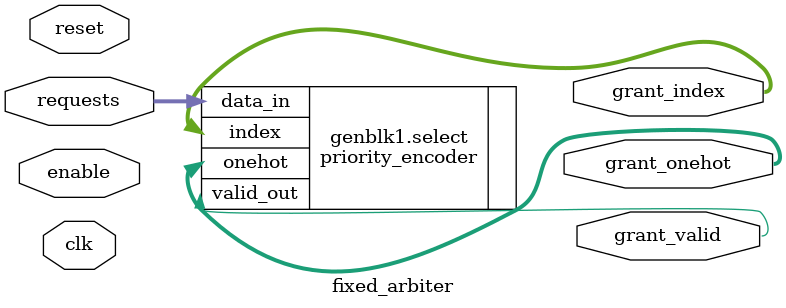
<source format=sv>
`timescale 1ns / 1ps



module fixed_arbiter#(

    parameter NUM_REQS     = 8,
    parameter LOCK_ENABLE  = 0,
    parameter LOG_NUM_REQS = $clog2(NUM_REQS)

)(

    input  wire                       clk,
    input  wire                       reset,
    input  wire [NUM_REQS-1 : 0]      requests,           
    input  wire                       enable,
    output wire [LOG_NUM_REQS-1 : 0]  grant_index,
    output wire [NUM_REQS-1 : 0]      grant_onehot,   
    output wire                       grant_valid 

);

    
    if(NUM_REQS == 1)
    begin
    
        assign grant_index  = 0;
        assign grant_onehot = requests;
        assign grant_valid  = requests[0];
    
    end
    else begin
    
        priority_encoder #(
        
            .N (NUM_REQS)
            
        ) select (
        
            .data_in   (requests),
            .index     (grant_index),
            .onehot    (grant_onehot),
            .valid_out (grant_valid)
            
        );
    
    end

endmodule
</source>
